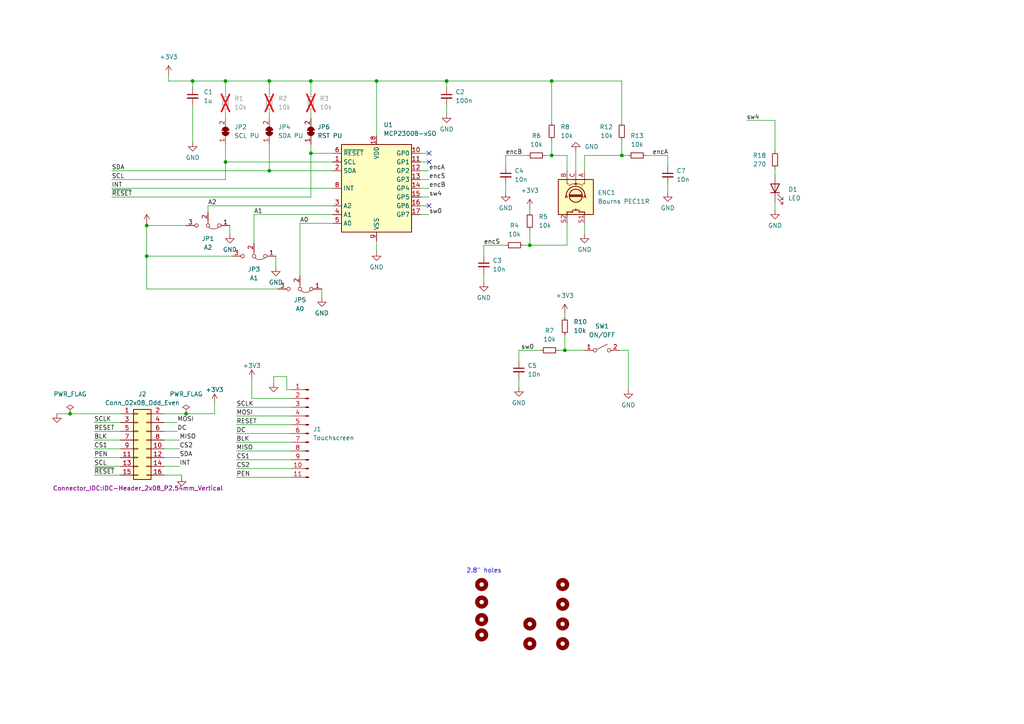
<source format=kicad_sch>
(kicad_sch (version 20230121) (generator eeschema)
  (paper "A4")
  (title_block (title "EL-Load-Panel") (date "2023-12-09") (rev "${VERSION}"))
  (lib_symbols
    (symbol "Connector:Conn_01x11_Pin" (pin_names (offset 1.016) hide)
      (property "Reference" "J" (at 0 15.24 0))
      (property "Value" "Conn_01x11_Pin" (at 0 -15.24 0))
      (symbol "Conn_01x11_Pin_1_1"
        (polyline (pts (xy 1.27 -12.7) (xy 0.8636 -12.7)) (stroke (width 0.1524)))
        (polyline (pts (xy 1.27 -10.16) (xy 0.8636 -10.16)) (stroke (width 0.1524)))
        (polyline (pts (xy 1.27 -7.62) (xy 0.8636 -7.62)) (stroke (width 0.1524)))
        (polyline (pts (xy 1.27 -5.08) (xy 0.8636 -5.08)) (stroke (width 0.1524)))
        (polyline (pts (xy 1.27 -2.54) (xy 0.8636 -2.54)) (stroke (width 0.1524)))
        (polyline (pts (xy 1.27 0) (xy 0.8636 0)) (stroke (width 0.1524)))
        (polyline (pts (xy 1.27 2.54) (xy 0.8636 2.54)) (stroke (width 0.1524)))
        (polyline (pts (xy 1.27 5.08) (xy 0.8636 5.08)) (stroke (width 0.1524)))
        (polyline (pts (xy 1.27 7.62) (xy 0.8636 7.62)) (stroke (width 0.1524)))
        (polyline (pts (xy 1.27 10.16) (xy 0.8636 10.16)) (stroke (width 0.1524)))
        (polyline (pts (xy 1.27 12.7) (xy 0.8636 12.7)) (stroke (width 0.1524)))
        (rectangle (start 0.8636 -12.573) (end 0 -12.827) (stroke (width 0.1524)) (fill (type outline)))
        (rectangle (start 0.8636 -10.033) (end 0 -10.287) (stroke (width 0.1524)) (fill (type outline)))
        (rectangle (start 0.8636 -7.493) (end 0 -7.747) (stroke (width 0.1524)) (fill (type outline)))
        (rectangle (start 0.8636 -4.953) (end 0 -5.207) (stroke (width 0.1524)) (fill (type outline)))
        (rectangle (start 0.8636 -2.413) (end 0 -2.667) (stroke (width 0.1524)) (fill (type outline)))
        (rectangle (start 0.8636 0.127) (end 0 -0.127) (stroke (width 0.1524)) (fill (type outline)))
        (rectangle (start 0.8636 2.667) (end 0 2.413) (stroke (width 0.1524)) (fill (type outline)))
        (rectangle (start 0.8636 5.207) (end 0 4.953) (stroke (width 0.1524)) (fill (type outline)))
        (rectangle (start 0.8636 7.747) (end 0 7.493) (stroke (width 0.1524)) (fill (type outline)))
        (rectangle (start 0.8636 10.287) (end 0 10.033) (stroke (width 0.1524)) (fill (type outline)))
        (rectangle (start 0.8636 12.827) (end 0 12.573) (stroke (width 0.1524)) (fill (type outline)))
        (pin passive line (at 5.08 12.7 180) (length 3.81) (name "Pin_1") (number "1"))
        (pin passive line (at 5.08 -10.16 180) (length 3.81) (name "Pin_10") (number "10"))
        (pin passive line (at 5.08 -12.7 180) (length 3.81) (name "Pin_11") (number "11"))
        (pin passive line (at 5.08 10.16 180) (length 3.81) (name "Pin_2") (number "2"))
        (pin passive line (at 5.08 7.62 180) (length 3.81) (name "Pin_3") (number "3"))
        (pin passive line (at 5.08 5.08 180) (length 3.81) (name "Pin_4") (number "4"))
        (pin passive line (at 5.08 2.54 180) (length 3.81) (name "Pin_5") (number "5"))
        (pin passive line (at 5.08 0 180) (length 3.81) (name "Pin_6") (number "6"))
        (pin passive line (at 5.08 -2.54 180) (length 3.81) (name "Pin_7") (number "7"))
        (pin passive line (at 5.08 -5.08 180) (length 3.81) (name "Pin_8") (number "8"))
        (pin passive line (at 5.08 -7.62 180) (length 3.81) (name "Pin_9") (number "9"))
      )
    )
    (symbol "Connector_Generic:Conn_02x08_Odd_Even" (pin_names (offset 1.016) hide)
      (property "Reference" "J" (at 1.27 10.16 0))
      (property "Value" "Conn_02x08_Odd_Even" (at 1.27 -12.7 0))
      (symbol "Conn_02x08_Odd_Even_1_1"
        (rectangle (start -1.27 -10.033) (end 0 -10.287) (stroke (width 0.1524)))
        (rectangle (start -1.27 -7.493) (end 0 -7.747) (stroke (width 0.1524)))
        (rectangle (start -1.27 -4.953) (end 0 -5.207) (stroke (width 0.1524)))
        (rectangle (start -1.27 -2.413) (end 0 -2.667) (stroke (width 0.1524)))
        (rectangle (start -1.27 0.127) (end 0 -0.127) (stroke (width 0.1524)))
        (rectangle (start -1.27 2.667) (end 0 2.413) (stroke (width 0.1524)))
        (rectangle (start -1.27 5.207) (end 0 4.953) (stroke (width 0.1524)))
        (rectangle (start -1.27 7.747) (end 0 7.493) (stroke (width 0.1524)))
        (rectangle (start -1.27 8.89) (end 3.81 -11.43) (stroke (width 0.254)) (fill (type background)))
        (rectangle (start 3.81 -10.033) (end 2.54 -10.287) (stroke (width 0.1524)))
        (rectangle (start 3.81 -7.493) (end 2.54 -7.747) (stroke (width 0.1524)))
        (rectangle (start 3.81 -4.953) (end 2.54 -5.207) (stroke (width 0.1524)))
        (rectangle (start 3.81 -2.413) (end 2.54 -2.667) (stroke (width 0.1524)))
        (rectangle (start 3.81 0.127) (end 2.54 -0.127) (stroke (width 0.1524)))
        (rectangle (start 3.81 2.667) (end 2.54 2.413) (stroke (width 0.1524)))
        (rectangle (start 3.81 5.207) (end 2.54 4.953) (stroke (width 0.1524)))
        (rectangle (start 3.81 7.747) (end 2.54 7.493) (stroke (width 0.1524)))
        (pin passive line (at -5.08 7.62 0) (length 3.81) (name "Pin_1") (number "1"))
        (pin passive line (at 7.62 -2.54 180) (length 3.81) (name "Pin_10") (number "10"))
        (pin passive line (at -5.08 -5.08 0) (length 3.81) (name "Pin_11") (number "11"))
        (pin passive line (at 7.62 -5.08 180) (length 3.81) (name "Pin_12") (number "12"))
        (pin passive line (at -5.08 -7.62 0) (length 3.81) (name "Pin_13") (number "13"))
        (pin passive line (at 7.62 -7.62 180) (length 3.81) (name "Pin_14") (number "14"))
        (pin passive line (at -5.08 -10.16 0) (length 3.81) (name "Pin_15") (number "15"))
        (pin passive line (at 7.62 -10.16 180) (length 3.81) (name "Pin_16") (number "16"))
        (pin passive line (at 7.62 7.62 180) (length 3.81) (name "Pin_2") (number "2"))
        (pin passive line (at -5.08 5.08 0) (length 3.81) (name "Pin_3") (number "3"))
        (pin passive line (at 7.62 5.08 180) (length 3.81) (name "Pin_4") (number "4"))
        (pin passive line (at -5.08 2.54 0) (length 3.81) (name "Pin_5") (number "5"))
        (pin passive line (at 7.62 2.54 180) (length 3.81) (name "Pin_6") (number "6"))
        (pin passive line (at -5.08 0 0) (length 3.81) (name "Pin_7") (number "7"))
        (pin passive line (at 7.62 0 180) (length 3.81) (name "Pin_8") (number "8"))
        (pin passive line (at -5.08 -2.54 0) (length 3.81) (name "Pin_9") (number "9"))
      )
    )
    (symbol "Device:C_Small" (pin_numbers hide) (pin_names (offset 0.254) hide)
      (property "Reference" "C" (at 0.254 1.778 0))
      (property "Value" "C_Small" (at 0.254 -2.032 0))
      (symbol "C_Small_0_1"
        (polyline (pts (xy -1.524 -0.508) (xy 1.524 -0.508)) (stroke (width 0.3302)))
        (polyline (pts (xy -1.524 0.508) (xy 1.524 0.508)) (stroke (width 0.3048)))
      )
      (symbol "C_Small_1_1"
        (pin passive line (at 0 2.54 270) (length 2.032) (name "~") (number "1"))
        (pin passive line (at 0 -2.54 90) (length 2.032) (name "~") (number "2"))
      )
    )
    (symbol "Device:LED" (pin_numbers hide) (pin_names (offset 1.016) hide)
      (property "Reference" "D" (at 0 2.54 0))
      (property "Value" "LED" (at 0 -2.54 0))
      (symbol "LED_0_1"
        (polyline (pts (xy -1.27 -1.27) (xy -1.27 1.27)) (stroke (width 0.254)))
        (polyline (pts (xy -1.27 0) (xy 1.27 0)))
        (polyline (pts (xy 1.27 -1.27) (xy 1.27 1.27) (xy -1.27 0) (xy 1.27 -1.27)) (stroke (width 0.254)))
        (polyline (pts (xy -3.048 -0.762) (xy -4.572 -2.286) (xy -3.81 -2.286) (xy -4.572 -2.286) (xy -4.572 -1.524)))
        (polyline (pts (xy -1.778 -0.762) (xy -3.302 -2.286) (xy -2.54 -2.286) (xy -3.302 -2.286) (xy -3.302 -1.524)))
      )
      (symbol "LED_1_1"
        (pin passive line (at -3.81 0 0) (length 2.54) (name "K") (number "1"))
        (pin passive line (at 3.81 0 180) (length 2.54) (name "A") (number "2"))
      )
    )
    (symbol "Device:R_Small" (pin_numbers hide) (pin_names (offset 0.254) hide)
      (property "Reference" "R" (at 0.762 0.508 0))
      (property "Value" "R_Small" (at 0.762 -1.016 0))
      (symbol "R_Small_0_1"
        (rectangle (start -0.762 1.778) (end 0.762 -1.778) (stroke (width 0.2032)))
      )
      (symbol "R_Small_1_1"
        (pin passive line (at 0 2.54 270) (length 0.762) (name "~") (number "1"))
        (pin passive line (at 0 -2.54 90) (length 0.762) (name "~") (number "2"))
      )
    )
    (symbol "Device:RotaryEncoder_Switch" (pin_names (offset 0.254) hide)
      (property "Reference" "SW" (at 0 6.604 0))
      (property "Value" "RotaryEncoder_Switch" (at 0 -6.604 0))
      (symbol "RotaryEncoder_Switch_0_1"
        (rectangle (start -5.08 5.08) (end 5.08 -5.08) (stroke (width 0.254)) (fill (type background)))
        (circle (center -3.81 0) (radius 0.254) (fill (type outline)))
        (circle (center -0.381 0) (radius 1.905) (stroke (width 0.254)))
        (arc (start -0.381 2.667) (mid -3.0988 -0.0635) (end -0.381 -2.794) (stroke (width 0.254)))
        (polyline (pts (xy -0.635 -1.778) (xy -0.635 1.778)) (stroke (width 0.254)))
        (polyline (pts (xy -0.381 -1.778) (xy -0.381 1.778)) (stroke (width 0.254)))
        (polyline (pts (xy -0.127 1.778) (xy -0.127 -1.778)) (stroke (width 0.254)))
        (polyline (pts (xy 3.81 0) (xy 3.429 0)) (stroke (width 0.254)))
        (polyline (pts (xy 3.81 1.016) (xy 3.81 -1.016)) (stroke (width 0.254)))
        (polyline (pts (xy -5.08 -2.54) (xy -3.81 -2.54) (xy -3.81 -2.032)))
        (polyline (pts (xy -5.08 2.54) (xy -3.81 2.54) (xy -3.81 2.032)))
        (polyline (pts (xy 0.254 -3.048) (xy -0.508 -2.794) (xy 0.127 -2.413)) (stroke (width 0.254)))
        (polyline (pts (xy 0.254 2.921) (xy -0.508 2.667) (xy 0.127 2.286)) (stroke (width 0.254)))
        (polyline (pts (xy 5.08 -2.54) (xy 4.318 -2.54) (xy 4.318 -1.016)) (stroke (width 0.254)))
        (polyline (pts (xy 5.08 2.54) (xy 4.318 2.54) (xy 4.318 1.016)) (stroke (width 0.254)))
        (polyline (pts (xy -5.08 0) (xy -3.81 0) (xy -3.81 -1.016) (xy -3.302 -2.032)))
        (polyline (pts (xy -4.318 0) (xy -3.81 0) (xy -3.81 1.016) (xy -3.302 2.032)))
        (circle (center 4.318 -1.016) (radius 0.127) (stroke (width 0.254)))
        (circle (center 4.318 1.016) (radius 0.127) (stroke (width 0.254)))
      )
      (symbol "RotaryEncoder_Switch_1_1"
        (pin passive line (at -7.62 2.54 0) (length 2.54) (name "A") (number "A"))
        (pin passive line (at -7.62 -2.54 0) (length 2.54) (name "B") (number "B"))
        (pin passive line (at -7.62 0 0) (length 2.54) (name "C") (number "C"))
        (pin passive line (at 7.62 2.54 180) (length 2.54) (name "S1") (number "S1"))
        (pin passive line (at 7.62 -2.54 180) (length 2.54) (name "S2") (number "S2"))
      )
    )
    (symbol "Interface_Expansion:MCP23008-xSO"
      (property "Reference" "U" (at -8.89 13.97 0))
      (property "Value" "MCP23008-xSO" (at 8.89 13.97 0))
      (symbol "MCP23008-xSO_0_1"
        (rectangle (start -10.16 12.7) (end 10.16 -12.7) (stroke (width 0.254)) (fill (type background)))
      )
      (symbol "MCP23008-xSO_1_1"
        (pin input line (at -12.7 7.62 0) (length 2.54) (name "SCL") (number "1"))
        (pin bidirectional line (at 12.7 10.16 180) (length 2.54) (name "GP0") (number "10"))
        (pin bidirectional line (at 12.7 7.62 180) (length 2.54) (name "GP1") (number "11"))
        (pin bidirectional line (at 12.7 5.08 180) (length 2.54) (name "GP2") (number "12"))
        (pin bidirectional line (at 12.7 2.54 180) (length 2.54) (name "GP3") (number "13"))
        (pin bidirectional line (at 12.7 0 180) (length 2.54) (name "GP4") (number "14"))
        (pin bidirectional line (at 12.7 -2.54 180) (length 2.54) (name "GP5") (number "15"))
        (pin bidirectional line (at 12.7 -5.08 180) (length 2.54) (name "GP6") (number "16"))
        (pin bidirectional line (at 12.7 -7.62 180) (length 2.54) (name "GP7") (number "17"))
        (pin power_in line (at 0 15.24 270) (length 2.54) (name "VDD") (number "18"))
        (pin bidirectional line (at -12.7 5.08 0) (length 2.54) (name "SDA") (number "2"))
        (pin input line (at -12.7 -5.08 0) (length 2.54) (name "A2") (number "3"))
        (pin input line (at -12.7 -7.62 0) (length 2.54) (name "A1") (number "4"))
        (pin input line (at -12.7 -10.16 0) (length 2.54) (name "A0") (number "5"))
        (pin input line (at -12.7 10.16 0) (length 2.54) (name "~{RESET}") (number "6"))
        (pin no_connect line (at -10.16 -2.54 0) (length 2.54) hide (name "NC") (number "7"))
        (pin output line (at -12.7 0 0) (length 2.54) (name "INT") (number "8"))
        (pin power_in line (at 0 -15.24 90) (length 2.54) (name "VSS") (number "9"))
      )
    )
    (symbol "Jumper:Jumper_3_Bridged12" (pin_names (offset 0) hide)
      (property "Reference" "JP" (at -2.54 -2.54 0))
      (property "Value" "Jumper_3_Bridged12" (at 0 2.794 0))
      (symbol "Jumper_3_Bridged12_0_0"
        (circle (center -3.302 0) (radius 0.508))
        (circle (center 0 0) (radius 0.508))
        (circle (center 3.302 0) (radius 0.508))
      )
      (symbol "Jumper_3_Bridged12_0_1"
        (arc (start -0.254 0.508) (mid -1.651 0.9912) (end -3.048 0.508))
        (polyline (pts (xy 0 -1.27) (xy 0 -0.508)))
      )
      (symbol "Jumper_3_Bridged12_1_1"
        (pin passive line (at -6.35 0 0) (length 2.54) (name "A") (number "1"))
        (pin passive line (at 0 -3.81 90) (length 2.54) (name "C") (number "2"))
        (pin passive line (at 6.35 0 180) (length 2.54) (name "B") (number "3"))
      )
    )
    (symbol "Jumper:SolderJumper_2_Bridged" (pin_names (offset 0) hide)
      (property "Reference" "JP" (at 0 2.032 0))
      (property "Value" "SolderJumper_2_Bridged" (at 0 -2.54 0))
      (symbol "SolderJumper_2_Bridged_0_1"
        (rectangle (start -0.508 0.508) (end 0.508 -0.508) (fill (type outline)))
        (arc (start -0.254 1.016) (mid -1.2656 0) (end -0.254 -1.016))
        (arc (start -0.254 1.016) (mid -1.2656 0) (end -0.254 -1.016) (fill (type outline)))
        (polyline (pts (xy -0.254 1.016) (xy -0.254 -1.016)))
        (polyline (pts (xy 0.254 1.016) (xy 0.254 -1.016)))
        (arc (start 0.254 -1.016) (mid 1.2656 0) (end 0.254 1.016))
        (arc (start 0.254 -1.016) (mid 1.2656 0) (end 0.254 1.016) (fill (type outline)))
      )
      (symbol "SolderJumper_2_Bridged_1_1"
        (pin passive line (at -3.81 0 0) (length 2.54) (name "A") (number "1"))
        (pin passive line (at 3.81 0 180) (length 2.54) (name "B") (number "2"))
      )
    )
    (symbol "Mechanical:MountingHole" (pin_names (offset 1.016))
      (property "Reference" "H" (at 0 5.08 0))
      (property "Value" "MountingHole" (at 0 3.175 0))
      (symbol "MountingHole_0_1"
        (circle (center 0 0) (radius 1.27) (stroke (width 1.27)))
      )
    )
    (symbol "Switch:SW_SPST" (pin_names (offset 0) hide)
      (property "Reference" "SW" (at 0 3.175 0))
      (property "Value" "SW_SPST" (at 0 -2.54 0))
      (symbol "SW_SPST_0_0"
        (circle (center -2.032 0) (radius 0.508))
        (polyline (pts (xy -1.524 0.254) (xy 1.524 1.778)))
        (circle (center 2.032 0) (radius 0.508))
      )
      (symbol "SW_SPST_1_1"
        (pin passive line (at -5.08 0 0) (length 2.54) (name "A") (number "1"))
        (pin passive line (at 5.08 0 180) (length 2.54) (name "B") (number "2"))
      )
    )
    (symbol "power:+3V3" (power) (pin_names (offset 0))
      (property "Value" "+3V3" (at 0 3.556 0))
      (symbol "+3V3_0_1"
        (polyline (pts (xy -0.762 1.27) (xy 0 2.54)))
        (polyline (pts (xy 0 0) (xy 0 2.54)))
        (polyline (pts (xy 0 2.54) (xy 0.762 1.27)))
      )
      (symbol "+3V3_1_1"
        (pin power_in line (at 0 0 90) (length 0) hide (name "+3V3") (number "1"))
      )
    )
    (symbol "power:GND" (power) (pin_names (offset 0))
      (property "Value" "GND" (at 0 -3.81 0))
      (symbol "GND_0_1"
        (polyline (pts (xy 0 0) (xy 0 -1.27) (xy 1.27 -1.27) (xy 0 -2.54) (xy -1.27 -1.27) (xy 0 -1.27)))
      )
      (symbol "GND_1_1"
        (pin power_in line (at 0 0 270) (length 0) hide (name "GND") (number "1"))
      )
    )
    (symbol "power:PWR_FLAG" (power) (pin_numbers hide) (pin_names (offset 0) hide)
      (property "Value" "PWR_FLAG" (at 0 3.81 0))
      (symbol "PWR_FLAG_0_0"
        (pin power_out line (at 0 0 90) (length 0) (name "pwr") (number "1"))
      )
      (symbol "PWR_FLAG_0_1"
        (polyline (pts (xy 0 0) (xy 0 1.27) (xy -1.016 1.905) (xy 0 2.54) (xy 1.016 1.905) (xy 0 1.27)))
      )
    )
  )
  (junction (at 42.545 65.405))
  (junction (at 153.67 71.12))
  (junction (at 65.405 46.99))
  (junction (at 90.17 44.45))
  (junction (at 53.975 120.015))
  (junction (at 78.105 23.495))
  (junction (at 180.34 45.085))
  (junction (at 129.54 23.495))
  (junction (at 90.17 23.495))
  (junction (at 42.545 74.295))
  (junction (at 20.32 120.015))
  (junction (at 160.02 23.495))
  (junction (at 55.88 23.495))
  (junction (at 65.405 23.495))
  (junction (at 78.105 49.53))
  (junction (at 109.22 23.495))
  (junction (at 163.83 101.6))
  (junction (at 160.02 45.085))
  (no_connect (at 124.46 59.69))
  (no_connect (at 124.46 44.45))
  (no_connect (at 124.46 46.99))
  (wire (pts (xy 68.58 130.81) (xy 84.455 130.81)))
  (wire (pts (xy 164.465 64.77) (xy 164.465 71.12)))
  (wire (pts (xy 121.92 57.15) (xy 124.46 57.15)))
  (wire (pts (xy 47.625 137.795) (xy 52.705 137.795)))
  (wire (pts (xy 140.335 79.375) (xy 140.335 81.915)))
  (wire (pts (xy 68.58 133.35) (xy 84.455 133.35)))
  (wire (pts (xy 78.105 49.53) (xy 96.52 49.53)))
  (wire (pts (xy 90.17 23.495) (xy 90.17 27.305)))
  (wire (pts (xy 164.465 71.12) (xy 153.67 71.12)))
  (wire (pts (xy 80.01 74.295) (xy 80.01 77.47)))
  (wire (pts (xy 161.925 101.6) (xy 163.83 101.6)))
  (wire (pts (xy 224.79 43.815) (xy 224.79 34.925)))
  (wire (pts (xy 193.675 53.34) (xy 193.675 55.88)))
  (wire (pts (xy 53.975 65.405) (xy 42.545 65.405)))
  (wire (pts (xy 109.22 39.37) (xy 109.22 23.495)))
  (wire (pts (xy 150.495 109.855) (xy 150.495 112.395)))
  (wire (pts (xy 121.92 59.69) (xy 124.46 59.69)))
  (wire (pts (xy 146.685 45.085) (xy 146.685 48.26)))
  (wire (pts (xy 27.305 137.795) (xy 34.925 137.795)))
  (wire (pts (xy 86.995 64.77) (xy 86.995 80.01)))
  (wire (pts (xy 47.625 122.555) (xy 51.435 122.555)))
  (wire (pts (xy 180.34 35.56) (xy 180.34 23.495)))
  (wire (pts (xy 27.305 130.175) (xy 34.925 130.175)))
  (wire (pts (xy 48.895 21.59) (xy 48.895 23.495)))
  (wire (pts (xy 27.305 125.095) (xy 34.925 125.095)))
  (wire (pts (xy 47.625 132.715) (xy 52.07 132.715)))
  (wire (pts (xy 169.545 45.085) (xy 180.34 45.085)))
  (wire (pts (xy 68.58 118.11) (xy 84.455 118.11)))
  (wire (pts (xy 83.185 113.03) (xy 83.185 109.22)))
  (wire (pts (xy 60.325 59.69) (xy 96.52 59.69)))
  (wire (pts (xy 182.245 45.085) (xy 180.34 45.085)))
  (wire (pts (xy 160.02 40.64) (xy 160.02 45.085)))
  (wire (pts (xy 55.88 30.48) (xy 55.88 41.275)))
  (wire (pts (xy 160.02 35.56) (xy 160.02 23.495)))
  (wire (pts (xy 27.305 132.715) (xy 34.925 132.715)))
  (wire (pts (xy 129.54 30.48) (xy 129.54 33.02)))
  (wire (pts (xy 32.385 54.61) (xy 96.52 54.61)))
  (wire (pts (xy 129.54 23.495) (xy 109.22 23.495)))
  (wire (pts (xy 65.405 32.385) (xy 65.405 34.29)))
  (wire (pts (xy 84.455 113.03) (xy 83.185 113.03)))
  (wire (pts (xy 163.83 97.155) (xy 163.83 101.6)))
  (wire (pts (xy 164.465 49.53) (xy 164.465 45.085)))
  (wire (pts (xy 47.625 130.175) (xy 52.07 130.175)))
  (wire (pts (xy 193.675 45.085) (xy 187.325 45.085)))
  (wire (pts (xy 129.54 23.495) (xy 160.02 23.495)))
  (wire (pts (xy 60.325 61.595) (xy 60.325 59.69)))
  (wire (pts (xy 193.675 45.085) (xy 193.675 48.26)))
  (wire (pts (xy 90.17 32.385) (xy 90.17 34.29)))
  (wire (pts (xy 224.79 58.42) (xy 224.79 60.96)))
  (wire (pts (xy 121.92 54.61) (xy 124.46 54.61)))
  (wire (pts (xy 150.495 101.6) (xy 156.845 101.6)))
  (wire (pts (xy 90.17 44.45) (xy 96.52 44.45)))
  (wire (pts (xy 169.545 49.53) (xy 169.545 45.085)))
  (wire (pts (xy 180.34 23.495) (xy 160.02 23.495)))
  (wire (pts (xy 140.335 71.12) (xy 146.685 71.12)))
  (wire (pts (xy 121.92 49.53) (xy 124.46 49.53)))
  (wire (pts (xy 32.385 57.15) (xy 90.17 57.15)))
  (wire (pts (xy 20.32 120.015) (xy 34.925 120.015)))
  (wire (pts (xy 78.105 32.385) (xy 78.105 34.29)))
  (wire (pts (xy 84.455 115.57) (xy 73.025 115.57)))
  (wire (pts (xy 67.31 74.295) (xy 42.545 74.295)))
  (wire (pts (xy 42.545 83.82) (xy 42.545 74.295)))
  (wire (pts (xy 79.375 109.22) (xy 79.375 111.125)))
  (wire (pts (xy 140.335 71.12) (xy 140.335 74.295)))
  (wire (pts (xy 151.765 71.12) (xy 153.67 71.12)))
  (wire (pts (xy 16.51 120.015) (xy 20.32 120.015)))
  (wire (pts (xy 47.625 120.015) (xy 53.975 120.015)))
  (wire (pts (xy 121.92 44.45) (xy 124.46 44.45)))
  (wire (pts (xy 90.17 41.91) (xy 90.17 44.45)))
  (wire (pts (xy 78.105 23.495) (xy 90.17 23.495)))
  (wire (pts (xy 121.92 52.07) (xy 124.46 52.07)))
  (wire (pts (xy 42.545 65.405) (xy 42.545 64.77)))
  (wire (pts (xy 65.405 41.91) (xy 65.405 46.99)))
  (wire (pts (xy 182.245 101.6) (xy 182.245 113.03)))
  (wire (pts (xy 66.675 65.405) (xy 66.675 67.945)))
  (wire (pts (xy 27.305 122.555) (xy 34.925 122.555)))
  (wire (pts (xy 96.52 62.23) (xy 73.66 62.23)))
  (wire (pts (xy 73.025 115.57) (xy 73.025 109.855)))
  (wire (pts (xy 153.67 66.675) (xy 153.67 71.12)))
  (wire (pts (xy 32.385 52.07) (xy 65.405 52.07)))
  (wire (pts (xy 68.58 135.89) (xy 84.455 135.89)))
  (wire (pts (xy 27.305 127.635) (xy 34.925 127.635)))
  (wire (pts (xy 169.545 64.77) (xy 169.545 67.945)))
  (wire (pts (xy 224.79 48.895) (xy 224.79 50.8)))
  (wire (pts (xy 180.34 40.64) (xy 180.34 45.085)))
  (wire (pts (xy 47.625 125.095) (xy 51.435 125.095)))
  (wire (pts (xy 65.405 46.99) (xy 96.52 46.99)))
  (wire (pts (xy 27.305 135.255) (xy 34.925 135.255)))
  (wire (pts (xy 68.58 120.65) (xy 84.455 120.65)))
  (wire (pts (xy 90.17 57.15) (xy 90.17 44.45)))
  (wire (pts (xy 68.58 128.27) (xy 84.455 128.27)))
  (wire (pts (xy 90.17 23.495) (xy 109.22 23.495)))
  (wire (pts (xy 109.22 69.85) (xy 109.22 73.025)))
  (wire (pts (xy 158.115 45.085) (xy 160.02 45.085)))
  (wire (pts (xy 163.83 90.805) (xy 163.83 92.075)))
  (wire (pts (xy 47.625 135.255) (xy 52.07 135.255)))
  (wire (pts (xy 93.345 83.82) (xy 93.345 86.36)))
  (wire (pts (xy 53.975 120.015) (xy 62.23 120.015)))
  (wire (pts (xy 216.535 34.925) (xy 224.79 34.925)))
  (wire (pts (xy 121.92 62.23) (xy 124.46 62.23)))
  (wire (pts (xy 62.23 120.015) (xy 62.23 116.84)))
  (wire (pts (xy 153.67 60.325) (xy 153.67 61.595)))
  (wire (pts (xy 164.465 45.085) (xy 160.02 45.085)))
  (wire (pts (xy 68.58 125.73) (xy 84.455 125.73)))
  (wire (pts (xy 68.58 138.43) (xy 84.455 138.43)))
  (wire (pts (xy 146.685 45.085) (xy 153.035 45.085)))
  (wire (pts (xy 68.58 123.19) (xy 84.455 123.19)))
  (wire (pts (xy 96.52 64.77) (xy 86.995 64.77)))
  (wire (pts (xy 83.185 109.22) (xy 79.375 109.22)))
  (wire (pts (xy 121.92 46.99) (xy 124.46 46.99)))
  (wire (pts (xy 179.705 101.6) (xy 182.245 101.6)))
  (wire (pts (xy 65.405 52.07) (xy 65.405 46.99)))
  (wire (pts (xy 65.405 23.495) (xy 65.405 27.305)))
  (wire (pts (xy 55.88 23.495) (xy 48.895 23.495)))
  (wire (pts (xy 78.105 23.495) (xy 78.105 27.305)))
  (wire (pts (xy 167.005 43.815) (xy 167.005 49.53)))
  (wire (pts (xy 146.685 53.34) (xy 146.685 55.88)))
  (wire (pts (xy 32.385 49.53) (xy 78.105 49.53)))
  (wire (pts (xy 65.405 23.495) (xy 55.88 23.495)))
  (wire (pts (xy 78.105 23.495) (xy 65.405 23.495)))
  (wire (pts (xy 78.105 41.91) (xy 78.105 49.53)))
  (wire (pts (xy 163.83 101.6) (xy 169.545 101.6)))
  (wire (pts (xy 73.66 62.23) (xy 73.66 70.485)))
  (wire (pts (xy 150.495 101.6) (xy 150.495 104.775)))
  (wire (pts (xy 47.625 127.635) (xy 52.07 127.635)))
  (wire (pts (xy 52.705 137.795) (xy 52.705 138.43)))
  (wire (pts (xy 129.54 25.4) (xy 129.54 23.495)))
  (wire (pts (xy 55.88 23.495) (xy 55.88 25.4)))
  (wire (pts (xy 80.645 83.82) (xy 42.545 83.82)))
  (wire (pts (xy 42.545 74.295) (xy 42.545 65.405)))
  (text "2.8\" holes" (at 135.255 166.37 0) (effects (font (size 1.27 1.27)) (justify left bottom)))
  (label "sw0" (at 124.46 62.23 0))
  (label "RESET" (at 27.305 125.095 0))
  (label "BLK" (at 68.58 128.27 0))
  (label "CS2" (at 68.58 135.89 0))
  (label "MISO" (at 68.58 130.81 0))
  (label "SDA" (at 32.385 49.53 0))
  (label "sw0" (at 151.13 101.6 0))
  (label "INT" (at 52.07 135.255 0))
  (label "PEN" (at 27.305 132.715 0))
  (label "SDA" (at 52.07 132.715 0))
  (label "encS" (at 124.46 52.07 0))
  (label "MOSI" (at 51.435 122.555 0))
  (label "encS" (at 140.335 71.12 0))
  (label "RESET" (at 68.58 123.19 0))
  (label "~{RESET}" (at 27.305 137.795 0))
  (label "BLK" (at 27.305 127.635 0))
  (label "encA" (at 189.23 45.085 0))
  (label "A1" (at 73.66 62.23 0))
  (label "SCL" (at 27.305 135.255 0))
  (label "CS1" (at 27.305 130.175 0))
  (label "CS1" (at 68.58 133.35 0))
  (label "encA" (at 124.46 49.53 0))
  (label "encB" (at 146.685 45.085 0))
  (label "CS2" (at 52.07 130.175 0))
  (label "SCLK" (at 27.305 122.555 0))
  (label "SCLK" (at 68.58 118.11 0))
  (label "A2" (at 60.325 59.69 0))
  (label "sw4" (at 124.46 57.15 0))
  (label "sw4" (at 216.535 34.925 0))
  (label "MISO" (at 52.07 127.635 0))
  (label "~{RESET}" (at 32.385 57.15 0))
  (label "INT" (at 32.385 54.61 0))
  (label "SCL" (at 32.385 52.07 0))
  (label "A0" (at 86.995 64.77 0))
  (label "DC" (at 68.58 125.73 0))
  (label "MOSI" (at 68.58 120.65 0))
  (label "encB" (at 124.46 54.61 0))
  (label "DC" (at 51.435 125.095 0))
  (label "PEN" (at 68.58 138.43 0))
  (symbol (lib_id "Connector_Generic:Conn_02x08_Odd_Even") (at 40.005 127.635 0) (unit 1)
    (property "Reference" "J2" (at 41.275 114.3 0))
    (property "Value" "Conn_02x08_Odd_Even" (at 41.275 116.84 0))
    (property "Footprint" "Connector_IDC:IDC-Header_2x08_P2.54mm_Vertical" (at 40.005 141.605 0))
  )
  (symbol (lib_id "power:GND") (at 109.22 73.025 0) (unit 1)
    (property "Reference" "#PWR09" (effects hide))
    (property "Value" "GND" (at 109.22 77.47 0))
  )
  (symbol (lib_id "power:GND") (at 146.685 55.88 0) (unit 1)
    (property "Reference" "#PWR012" (effects hide))
    (property "Value" "GND" (at 146.685 60.325 0))
  )
  (symbol (lib_id "Mechanical:MountingHole") (at 163.195 180.975 0) (unit 1) (in_bom no)
    (property "Reference" "H3" (effects hide))
    (property "Value" "MountingHole" (effects hide))
    (property "Footprint" "MountingHole:MountingHole_3.2mm_M3" (effects hide))
  )
  (symbol (lib_id "power:GND") (at 80.01 77.47 0) (unit 1)
    (property "Reference" "#PWR07" (effects hide))
    (property "Value" "GND" (at 80.01 81.915 0))
  )
  (symbol (lib_id "Jumper:Jumper_3_Bridged12") (at 73.66 74.295 180) (unit 1) (in_bom no)
    (property "Reference" "JP3" (at 73.66 78.105 0))
    (property "Value" "A1" (at 73.66 80.645 0))
    (property "Footprint" "Jumper:SolderJumper-3_P1.3mm_Bridged12_RoundedPad1.0x1.5mm" (effects hide))
  )
  (symbol (lib_id "Device:C_Small") (at 146.685 50.8 0) (unit 1)
    (property "Reference" "C4" (at 149.225 49.5362 0) (effects (justify left)))
    (property "Value" "10n" (at 149.225 52.0762 0) (effects (justify left)))
    (property "Footprint" "Capacitor_SMD:C_0805_2012Metric" (effects hide))
    (property "LCSC Part #" "C1710" (effects hide))
  )
  (symbol (lib_id "power:+3V3") (at 48.895 21.59 0) (unit 1)
    (property "Reference" "#PWR04" (effects hide))
    (property "Value" "+3V3" (at 48.895 16.51 0))
  )
  (symbol (lib_id "Jumper:SolderJumper_2_Bridged") (at 90.17 38.1 90) (unit 1) (in_bom no)
    (property "Reference" "JP6" (at 92.075 36.8299 90) (effects (justify right)))
    (property "Value" "RST PU" (at 92.075 39.3699 90) (effects (justify right)))
    (property "Footprint" "Jumper:SolderJumper-2_P1.3mm_Bridged_RoundedPad1.0x1.5mm" (effects hide))
  )
  (symbol (lib_id "Mechanical:MountingHole") (at 163.195 169.545 0) (unit 1) (in_bom no)
    (property "Reference" "H1" (effects hide))
    (property "Value" "MountingHole" (effects hide))
    (property "Footprint" "MountingHole:MountingHole_3.2mm_M3" (effects hide))
  )
  (symbol (lib_id "Mechanical:MountingHole") (at 139.7 174.625 0) (unit 1) (in_bom no)
    (property "Reference" "H8" (effects hide))
    (property "Value" "MountingHole" (effects hide))
    (property "Footprint" "MountingHole:MountingHole_3.2mm_M3" (effects hide))
  )
  (symbol (lib_id "Jumper:Jumper_3_Bridged12") (at 86.995 83.82 180) (unit 1) (in_bom no)
    (property "Reference" "JP5" (at 86.995 86.995 0))
    (property "Value" "A0" (at 86.995 89.535 0))
    (property "Footprint" "Jumper:SolderJumper-3_P1.3mm_Bridged12_RoundedPad1.0x1.5mm" (effects hide))
  )
  (symbol (lib_id "power:GND") (at 167.005 43.815 180) (unit 1)
    (property "Reference" "#PWR018" (effects hide))
    (property "Value" "GND" (at 169.545 42.5449 0) (effects (justify right)))
  )
  (symbol (lib_id "power:GND") (at 16.51 120.015 0) (unit 1)
    (property "Reference" "#PWR030" (effects hide))
    (property "Value" "GND" (effects hide))
  )
  (symbol (lib_id "Mechanical:MountingHole") (at 163.195 186.69 0) (unit 1) (in_bom no)
    (property "Reference" "H4" (effects hide))
    (property "Value" "MountingHole" (effects hide))
    (property "Footprint" "MountingHole:MountingHole_3.2mm_M3" (effects hide))
  )
  (symbol (lib_id "Device:C_Small") (at 140.335 76.835 0) (unit 1)
    (property "Reference" "C3" (at 142.875 75.5712 0) (effects (justify left)))
    (property "Value" "10n" (at 142.875 78.1112 0) (effects (justify left)))
    (property "Footprint" "Capacitor_SMD:C_0805_2012Metric" (effects hide))
    (property "LCSC Part #" "C1710" (effects hide))
  )
  (symbol (lib_id "power:+3V3") (at 163.83 90.805 0) (unit 1)
    (property "Reference" "#PWR016" (effects hide))
    (property "Value" "+3V3" (at 163.83 85.725 0))
  )
  (symbol (lib_id "power:GND") (at 55.88 41.275 0) (unit 1)
    (property "Reference" "#PWR05" (effects hide))
    (property "Value" "GND" (at 55.88 45.72 0))
  )
  (symbol (lib_id "power:GND") (at 182.245 113.03 0) (unit 1)
    (property "Reference" "#PWR020" (effects hide))
    (property "Value" "GND" (at 182.245 117.475 0))
  )
  (symbol (lib_id "Device:C_Small") (at 129.54 27.94 0) (unit 1)
    (property "Reference" "C2" (at 132.08 26.6762 0) (effects (justify left)))
    (property "Value" "100n" (at 132.08 29.2162 0) (effects (justify left)))
    (property "Footprint" "Capacitor_SMD:C_0805_2012Metric" (effects hide))
    (property "LCSC Part #" "C49678" (effects hide))
  )
  (symbol (lib_id "Device:R_Small") (at 160.02 38.1 0) (unit 1)
    (property "Reference" "R8" (at 162.56 36.8299 0) (effects (justify left)))
    (property "Value" "10k" (at 162.56 39.3699 0) (effects (justify left)))
    (property "Footprint" "Resistor_SMD:R_0805_2012Metric" (effects hide))
    (property "LCSC Part #" "C17414" (effects hide))
  )
  (symbol (lib_id "power:PWR_FLAG") (at 20.32 120.015 0) (unit 1)
    (property "Reference" "#FLG01" (effects hide))
    (property "Value" "PWR_FLAG" (at 20.32 114.3 0))
  )
  (symbol (lib_id "Jumper:SolderJumper_2_Bridged") (at 78.105 38.1 90) (unit 1) (in_bom no)
    (property "Reference" "JP4" (at 80.645 36.8299 90) (effects (justify right)))
    (property "Value" "SDA PU" (at 80.645 39.3699 90) (effects (justify right)))
    (property "Footprint" "Jumper:SolderJumper-2_P1.3mm_Bridged_RoundedPad1.0x1.5mm" (effects hide))
  )
  (symbol (lib_id "Device:LED") (at 224.79 54.61 90) (unit 1)
    (property "Reference" "D1" (at 228.6 54.9275 90) (effects (justify right)))
    (property "Value" "LED" (at 228.6 57.4675 90) (effects (justify right)))
    (property "Footprint" "LED_THT:LED_D3.0mm" (effects hide))
  )
  (symbol (lib_id "Connector:Conn_01x11_Pin") (at 89.535 125.73 0) (mirror y) (unit 1)
    (property "Reference" "J1" (at 90.805 124.46 0) (effects (justify right)))
    (property "Value" "Touchscreen" (at 90.805 127 0) (effects (justify right)))
    (property "Footprint" "Connector_PinSocket_2.54mm:PinSocket_1x11_P2.54mm_Vertical" (effects hide))
  )
  (symbol (lib_id "Device:R_Small") (at 224.79 46.355 0) (mirror y) (unit 1)
    (property "Reference" "R18" (at 222.25 45.0849 0) (effects (justify left)))
    (property "Value" "270" (at 222.25 47.6249 0) (effects (justify left)))
    (property "Footprint" "Resistor_SMD:R_0805_2012Metric" (effects hide))
    (property "LCSC Part #" "C17414" (effects hide))
  )
  (symbol (lib_id "power:GND") (at 66.675 67.945 0) (unit 1)
    (property "Reference" "#PWR06" (effects hide))
    (property "Value" "GND" (at 66.675 72.39 0))
  )
  (symbol (lib_id "Device:R_Small") (at 155.575 45.085 90) (unit 1)
    (property "Reference" "R6" (at 155.575 39.37 90))
    (property "Value" "10k" (at 155.575 41.91 90))
    (property "Footprint" "Resistor_SMD:R_0805_2012Metric" (effects hide))
    (property "LCSC Part #" "C17414" (effects hide))
  )
  (symbol (lib_id "Jumper:Jumper_3_Bridged12") (at 60.325 65.405 180) (unit 1) (in_bom no)
    (property "Reference" "JP1" (at 60.325 69.215 0))
    (property "Value" "A2" (at 60.325 71.755 0))
    (property "Footprint" "Jumper:SolderJumper-3_P1.3mm_Bridged12_RoundedPad1.0x1.5mm" (effects hide))
  )
  (symbol (lib_id "Device:C_Small") (at 150.495 107.315 0) (unit 1)
    (property "Reference" "C5" (at 153.035 106.0512 0) (effects (justify left)))
    (property "Value" "10n" (at 153.035 108.5912 0) (effects (justify left)))
    (property "Footprint" "Capacitor_SMD:C_0805_2012Metric" (effects hide))
    (property "LCSC Part #" "C1710" (effects hide))
  )
  (symbol (lib_id "Mechanical:MountingHole") (at 153.67 180.975 0) (unit 1) (in_bom no)
    (property "Reference" "H5" (effects hide))
    (property "Value" "MountingHole" (effects hide))
    (property "Footprint" "MountingHole:MountingHole_3.2mm_M3" (effects hide))
  )
  (symbol (lib_id "Mechanical:MountingHole") (at 163.195 175.26 0) (unit 1) (in_bom no)
    (property "Reference" "H2" (effects hide))
    (property "Value" "MountingHole" (effects hide))
    (property "Footprint" "MountingHole:MountingHole_3.2mm_M3" (effects hide))
  )
  (symbol (lib_id "power:GND") (at 52.705 138.43 0) (unit 1)
    (property "Reference" "#PWR031" (effects hide))
    (property "Value" "GND" (effects hide))
  )
  (symbol (lib_id "Device:R_Small") (at 180.34 38.1 0) (mirror y) (unit 1)
    (property "Reference" "R12" (at 177.8 36.8299 0) (effects (justify left)))
    (property "Value" "10k" (at 177.8 39.3699 0) (effects (justify left)))
    (property "Footprint" "Resistor_SMD:R_0805_2012Metric" (effects hide))
    (property "LCSC Part #" "C17414" (effects hide))
  )
  (symbol (lib_id "power:GND") (at 140.335 81.915 0) (unit 1)
    (property "Reference" "#PWR011" (effects hide))
    (property "Value" "GND" (at 140.335 86.36 0))
  )
  (symbol (lib_id "Mechanical:MountingHole") (at 153.67 186.69 0) (unit 1) (in_bom no)
    (property "Reference" "H6" (effects hide))
    (property "Value" "MountingHole" (effects hide))
    (property "Footprint" "MountingHole:MountingHole_3.2mm_M3" (effects hide))
  )
  (symbol (lib_id "power:GND") (at 150.495 112.395 0) (unit 1)
    (property "Reference" "#PWR013" (effects hide))
    (property "Value" "GND" (at 150.495 116.84 0))
  )
  (symbol (lib_id "power:+3V3") (at 62.23 116.84 0) (unit 1)
    (property "Reference" "#PWR029" (effects hide))
    (property "Value" "+3V3" (at 62.23 113.03 0))
  )
  (symbol (lib_id "Device:R_Small") (at 149.225 71.12 90) (unit 1)
    (property "Reference" "R4" (at 149.225 65.405 90))
    (property "Value" "10k" (at 149.225 67.945 90))
    (property "Footprint" "Resistor_SMD:R_0805_2012Metric" (effects hide))
    (property "LCSC Part #" "C17414" (effects hide))
  )
  (symbol (lib_id "power:GND") (at 169.545 67.945 0) (unit 1)
    (property "Reference" "#PWR019" (effects hide))
    (property "Value" "GND" (at 169.545 72.39 0))
  )
  (symbol (lib_id "power:GND") (at 193.675 55.88 0) (mirror y) (unit 1)
    (property "Reference" "#PWR022" (effects hide))
    (property "Value" "GND" (at 193.675 60.325 0))
  )
  (symbol (lib_id "Device:C_Small") (at 193.675 50.8 0) (mirror y) (unit 1)
    (property "Reference" "C7" (at 196.215 49.5362 0) (effects (justify right)))
    (property "Value" "10n" (at 196.215 52.0762 0) (effects (justify right)))
    (property "Footprint" "Capacitor_SMD:C_0805_2012Metric" (effects hide))
    (property "LCSC Part #" "C1710" (effects hide))
  )
  (symbol (lib_id "Mechanical:MountingHole") (at 139.7 179.705 0) (unit 1) (in_bom no)
    (property "Reference" "H9" (effects hide))
    (property "Value" "MountingHole" (effects hide))
    (property "Footprint" "MountingHole:MountingHole_3.2mm_M3" (effects hide))
  )
  (symbol (lib_id "power:GND") (at 93.345 86.36 0) (unit 1)
    (property "Reference" "#PWR08" (effects hide))
    (property "Value" "GND" (at 93.345 90.805 0))
  )
  (symbol (lib_id "power:GND") (at 129.54 33.02 0) (unit 1)
    (property "Reference" "#PWR010" (effects hide))
    (property "Value" "GND" (at 129.54 37.465 0))
  )
  (symbol (lib_id "power:GND") (at 224.79 60.96 0) (unit 1)
    (property "Reference" "#PWR032" (effects hide))
    (property "Value" "GND" (at 224.79 65.405 0))
  )
  (symbol (lib_id "Mechanical:MountingHole") (at 139.7 184.15 0) (unit 1) (in_bom no)
    (property "Reference" "H10" (effects hide))
    (property "Value" "MountingHole" (effects hide))
    (property "Footprint" "MountingHole:MountingHole_3.2mm_M3" (effects hide))
  )
  (symbol (lib_id "Interface_Expansion:MCP23008-xSO") (at 109.22 54.61 0) (unit 1)
    (property "Reference" "U1" (at 111.2394 36.195 0) (effects (justify left)))
    (property "Value" "MCP23008-xSO" (at 111.2394 38.735 0) (effects (justify left)))
    (property "Footprint" "Package_SO:SOIC-18W_7.5x11.6mm_P1.27mm" (effects hide))
    (property "Datasheet" "http://ww1.microchip.com/downloads/en/DeviceDoc/MCP23008-MCP23S08-Data-Sheet-20001919F.pdf" (effects hide))
    (property "LCSC Part #" "C92253" (effects hide))
  )
  (symbol (lib_id "Device:R_Small") (at 78.105 29.845 0) (unit 1) (dnp yes)
    (property "Reference" "R2" (at 80.645 28.5749 0) (effects (justify left)))
    (property "Value" "10k" (at 80.645 31.1149 0) (effects (justify left)))
    (property "Footprint" "Resistor_SMD:R_0805_2012Metric" (effects hide))
    (property "LCSC Part #" "C17414" (effects hide))
  )
  (symbol (lib_id "Switch:SW_SPST") (at 174.625 101.6 0) (unit 1)
    (property "Reference" "SW1" (at 174.625 94.615 0))
    (property "Value" "ON/OFF" (at 174.625 97.155 0))
    (property "Footprint" "Button_Switch_THT:SW_PUSH_6mm_H8.5mm" (effects hide))
  )
  (symbol (lib_id "Device:R_Small") (at 90.17 29.845 0) (unit 1) (dnp yes)
    (property "Reference" "R3" (at 92.71 28.5749 0) (effects (justify left)))
    (property "Value" "10k" (at 92.71 31.1149 0) (effects (justify left)))
    (property "Footprint" "Resistor_SMD:R_0805_2012Metric" (effects hide))
    (property "LCSC Part #" "C17414" (effects hide))
  )
  (symbol (lib_id "Device:C_Small") (at 55.88 27.94 0) (unit 1)
    (property "Reference" "C1" (at 59.055 26.6762 0) (effects (justify left)))
    (property "Value" "1u" (at 59.055 29.2162 0) (effects (justify left)))
    (property "Footprint" "Capacitor_SMD:C_0805_2012Metric" (effects hide))
    (property "LCSC Part #" "C28323" (effects hide))
  )
  (symbol (lib_id "Device:R_Small") (at 159.385 101.6 90) (unit 1)
    (property "Reference" "R7" (at 159.385 95.885 90))
    (property "Value" "10k" (at 159.385 98.425 90))
    (property "Footprint" "Resistor_SMD:R_0805_2012Metric" (effects hide))
    (property "LCSC Part #" "C17414" (effects hide))
  )
  (symbol (lib_id "Device:RotaryEncoder_Switch") (at 167.005 57.15 270) (unit 1)
    (property "Reference" "ENC1" (at 173.355 55.8799 90) (effects (justify left)))
    (property "Value" "Bourns PEC11R" (at 173.355 58.4199 90) (effects (justify left)))
    (property "Footprint" "Rotary_Encoder:RotaryEncoder_Alps_EC12E-Switch_Vertical_H20mm" (effects hide))
  )
  (symbol (lib_id "power:+3V3") (at 73.025 109.855 0) (unit 1)
    (property "Reference" "#PWR01" (effects hide))
    (property "Value" "+3V3" (at 73.025 106.045 0))
  )
  (symbol (lib_id "Device:R_Small") (at 163.83 94.615 0) (unit 1)
    (property "Reference" "R10" (at 166.37 93.3449 0) (effects (justify left)))
    (property "Value" "10k" (at 166.37 95.8849 0) (effects (justify left)))
    (property "Footprint" "Resistor_SMD:R_0805_2012Metric" (effects hide))
    (property "LCSC Part #" "C17414" (effects hide))
  )
  (symbol (lib_id "Device:R_Small") (at 184.785 45.085 270) (mirror x) (unit 1)
    (property "Reference" "R13" (at 184.785 39.37 90))
    (property "Value" "10k" (at 184.785 41.91 90))
    (property "Footprint" "Resistor_SMD:R_0805_2012Metric" (effects hide))
    (property "LCSC Part #" "C17414" (effects hide))
  )
  (symbol (lib_id "Mechanical:MountingHole") (at 139.7 169.545 0) (unit 1) (in_bom no)
    (property "Reference" "H7" (effects hide))
    (property "Value" "MountingHole" (effects hide))
    (property "Footprint" "MountingHole:MountingHole_3.2mm_M3" (effects hide))
  )
  (symbol (lib_id "power:PWR_FLAG") (at 53.975 120.015 0) (unit 1)
    (property "Reference" "#FLG02" (effects hide))
    (property "Value" "PWR_FLAG" (at 53.975 114.3 0))
  )
  (symbol (lib_id "Device:R_Small") (at 153.67 64.135 0) (unit 1)
    (property "Reference" "R5" (at 156.21 62.8649 0) (effects (justify left)))
    (property "Value" "10k" (at 156.21 65.4049 0) (effects (justify left)))
    (property "Footprint" "Resistor_SMD:R_0805_2012Metric" (effects hide))
    (property "LCSC Part #" "C17414" (effects hide))
  )
  (symbol (lib_id "power:+3V3") (at 153.67 60.325 0) (unit 1)
    (property "Reference" "#PWR015" (effects hide))
    (property "Value" "+3V3" (at 153.67 55.245 0))
  )
  (symbol (lib_id "Device:R_Small") (at 65.405 29.845 0) (unit 1) (dnp yes)
    (property "Reference" "R1" (at 67.945 28.5749 0) (effects (justify left)))
    (property "Value" "10k" (at 67.945 31.1149 0) (effects (justify left)))
    (property "Footprint" "Resistor_SMD:R_0805_2012Metric" (effects hide))
    (property "LCSC Part #" "C17414" (effects hide))
  )
  (symbol (lib_id "Jumper:SolderJumper_2_Bridged") (at 65.405 38.1 90) (unit 1) (in_bom no)
    (property "Reference" "JP2" (at 67.945 36.8299 90) (effects (justify right)))
    (property "Value" "SCL PU" (at 67.945 39.3699 90) (effects (justify right)))
    (property "Footprint" "Jumper:SolderJumper-2_P1.3mm_Bridged_RoundedPad1.0x1.5mm" (effects hide))
  )
  (symbol (lib_id "power:GND") (at 79.375 111.125 0) (unit 1)
    (property "Reference" "#PWR02" (effects hide))
    (property "Value" "GND" (effects hide))
  )
  (symbol (lib_id "power:+3V3") (at 42.545 64.77 0) (unit 1)
    (property "Reference" "#PWR03" (effects hide))
    (property "Value" "+3V3" (effects hide))
  )
)
</source>
